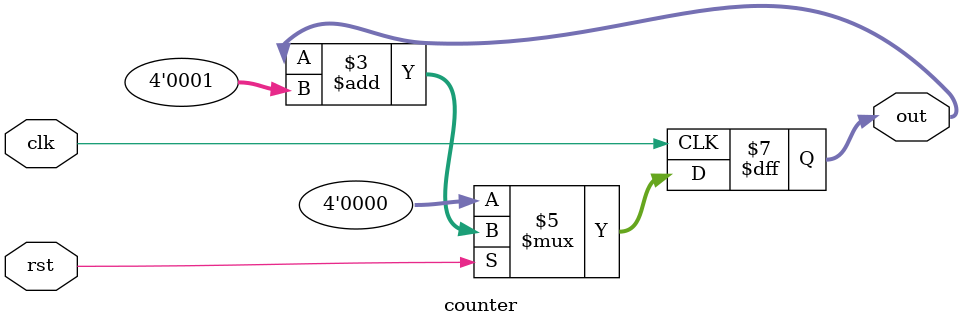
<source format=v>
module counter(clk,rst,out);
input clk,rst;
output reg [3:0] out;
always @(posedge clk)
begin
if(!rst)
out<=4'b0;
else
out<=out+4'b1;
end
endmodule

</source>
